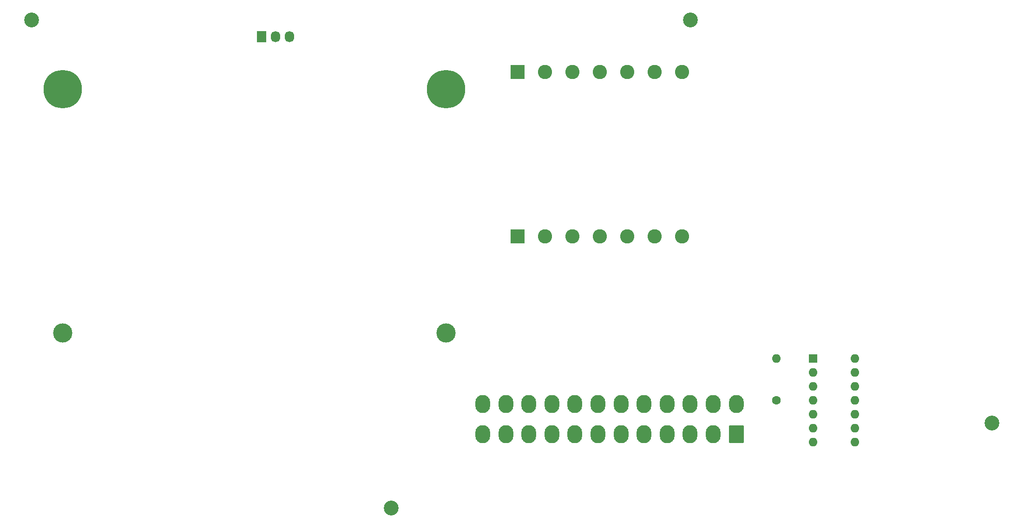
<source format=gts>
G04 #@! TF.GenerationSoftware,KiCad,Pcbnew,8.0.8*
G04 #@! TF.CreationDate,2025-01-21T13:57:33+00:00*
G04 #@! TF.ProjectId,X6800 PicoPSU v2.kicad_pcb_24pinATX,58363830-3020-4506-9963-6f5053552076,rev?*
G04 #@! TF.SameCoordinates,Original*
G04 #@! TF.FileFunction,Soldermask,Top*
G04 #@! TF.FilePolarity,Negative*
%FSLAX46Y46*%
G04 Gerber Fmt 4.6, Leading zero omitted, Abs format (unit mm)*
G04 Created by KiCad (PCBNEW 8.0.8) date 2025-01-21 13:57:33*
%MOMM*%
%LPD*%
G01*
G04 APERTURE LIST*
G04 Aperture macros list*
%AMRoundRect*
0 Rectangle with rounded corners*
0 $1 Rounding radius*
0 $2 $3 $4 $5 $6 $7 $8 $9 X,Y pos of 4 corners*
0 Add a 4 corners polygon primitive as box body*
4,1,4,$2,$3,$4,$5,$6,$7,$8,$9,$2,$3,0*
0 Add four circle primitives for the rounded corners*
1,1,$1+$1,$2,$3*
1,1,$1+$1,$4,$5*
1,1,$1+$1,$6,$7*
1,1,$1+$1,$8,$9*
0 Add four rect primitives between the rounded corners*
20,1,$1+$1,$2,$3,$4,$5,0*
20,1,$1+$1,$4,$5,$6,$7,0*
20,1,$1+$1,$6,$7,$8,$9,0*
20,1,$1+$1,$8,$9,$2,$3,0*%
G04 Aperture macros list end*
%ADD10R,1.600000X1.600000*%
%ADD11O,1.600000X1.600000*%
%ADD12C,1.600000*%
%ADD13C,2.700000*%
%ADD14R,2.600000X2.600000*%
%ADD15C,2.600000*%
%ADD16C,3.500000*%
%ADD17C,0.800000*%
%ADD18C,7.000000*%
%ADD19RoundRect,0.250001X1.099999X1.399999X-1.099999X1.399999X-1.099999X-1.399999X1.099999X-1.399999X0*%
%ADD20O,2.700000X3.300000*%
%ADD21R,1.730000X2.030000*%
%ADD22O,1.730000X2.030000*%
G04 APERTURE END LIST*
D10*
X200900000Y-114280000D03*
D11*
X200900000Y-116820000D03*
X200900000Y-119360000D03*
X200900000Y-121900000D03*
X200900000Y-124440000D03*
X200900000Y-126980000D03*
X200900000Y-129520000D03*
X208520000Y-129520000D03*
X208520000Y-126980000D03*
X208520000Y-124440000D03*
X208520000Y-121900000D03*
X208520000Y-119360000D03*
X208520000Y-116820000D03*
X208520000Y-114280000D03*
D12*
X194223555Y-121890562D03*
D11*
X194223555Y-114270562D03*
D13*
X178500000Y-52500000D03*
X124000000Y-141500000D03*
X233500000Y-126000000D03*
D14*
X147000000Y-62000000D03*
D15*
X152000000Y-62000000D03*
X157000000Y-62000000D03*
X162000000Y-62000000D03*
X167000000Y-62000000D03*
X172000000Y-62000000D03*
X177000000Y-62000000D03*
D14*
X147000000Y-92000000D03*
D15*
X152000000Y-92000000D03*
X157000000Y-92000000D03*
X162000000Y-92000000D03*
X167000000Y-92000000D03*
X172000000Y-92000000D03*
X177000000Y-92000000D03*
D16*
X64175000Y-109625000D03*
X134025000Y-109625000D03*
D17*
X61550000Y-65175000D03*
X62318845Y-63318845D03*
X62318845Y-67031155D03*
X64175000Y-62550000D03*
D18*
X64175000Y-65175000D03*
D17*
X64175000Y-67800000D03*
X66031155Y-63318845D03*
X66031155Y-67031155D03*
X66800000Y-65175000D03*
X131400000Y-65175000D03*
X132168845Y-63318845D03*
X132168845Y-67031155D03*
X134025000Y-62550000D03*
D18*
X134025000Y-65175000D03*
D17*
X134025000Y-67800000D03*
X135881155Y-63318845D03*
X135881155Y-67031155D03*
X136650000Y-65175000D03*
D19*
X186876097Y-128039793D03*
D20*
X182676097Y-128039793D03*
X178476097Y-128039793D03*
X174276097Y-128039793D03*
X170076097Y-128039793D03*
X165876097Y-128039793D03*
X161676097Y-128039793D03*
X157476097Y-128039793D03*
X153276097Y-128039793D03*
X149076097Y-128039793D03*
X144876097Y-128039793D03*
X140676097Y-128039793D03*
X186876097Y-122539793D03*
X182676097Y-122539793D03*
X178476097Y-122539793D03*
X174276097Y-122539793D03*
X170076097Y-122539793D03*
X165876097Y-122539793D03*
X161676097Y-122539793D03*
X157476097Y-122539793D03*
X153276097Y-122539793D03*
X149076097Y-122539793D03*
X144876097Y-122539793D03*
X140676097Y-122539793D03*
D13*
X58500000Y-52500000D03*
D21*
X100397570Y-55569064D03*
D22*
X102937570Y-55569064D03*
X105477570Y-55569064D03*
M02*

</source>
